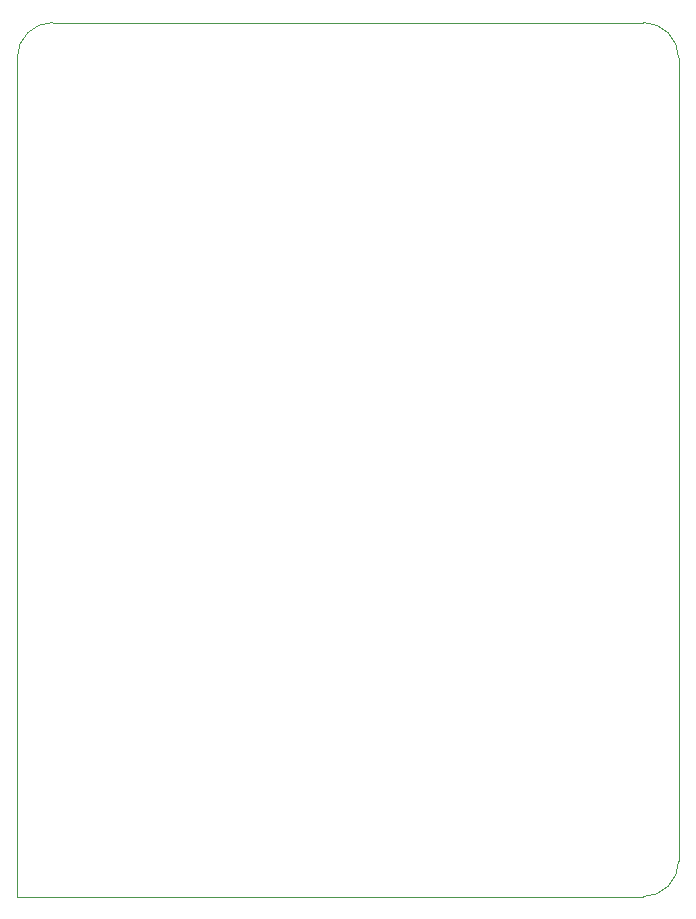
<source format=gbr>
G04 #@! TF.GenerationSoftware,KiCad,Pcbnew,5.0.2-5.fc29*
G04 #@! TF.CreationDate,2021-07-15T17:32:54+02:00*
G04 #@! TF.ProjectId,ZynAudioCon,5a796e41-7564-4696-9f43-6f6e2e6b6963,rev?*
G04 #@! TF.SameCoordinates,Original*
G04 #@! TF.FileFunction,Profile,NP*
%FSLAX46Y46*%
G04 Gerber Fmt 4.6, Leading zero omitted, Abs format (unit mm)*
G04 Created by KiCad (PCBNEW 5.0.2-5.fc29) date jue 15 jul 2021 17:32:54 CEST*
%MOMM*%
%LPD*%
G01*
G04 APERTURE LIST*
%ADD10C,0.100000*%
%ADD11C,0.050000*%
G04 APERTURE END LIST*
D10*
X112160000Y-51890000D02*
X112160000Y-119890000D01*
D11*
X112160000Y-119890000D02*
G75*
G02X109160000Y-122890000I-3000000J0D01*
G01*
X109160000Y-48890000D02*
G75*
G02X112160000Y-51890000I0J-3000000D01*
G01*
X56160000Y-51890000D02*
G75*
G02X59160000Y-48890000I3000000J0D01*
G01*
D10*
X59160000Y-48890000D02*
X109160000Y-48890000D01*
X56160000Y-122890000D02*
X56160000Y-51890000D01*
X109160000Y-122890000D02*
X56160000Y-122890000D01*
M02*

</source>
